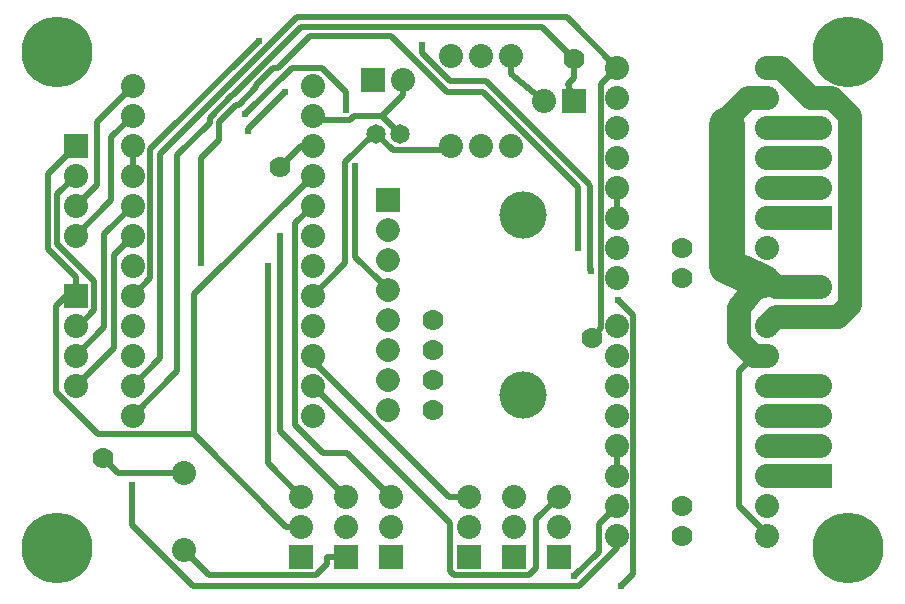
<source format=gbl>
G04 ---------------------------- Layer name :BOTTOM LAYER*
G04 easyEDA 0.1*
G04 Scale: 100 percent, Rotated: No, Reflected: No *
G04 Dimensions in inches *
G04 leading zeros omitted , absolute positions ,2 integer and 4 * 
%FSLAX24Y24*%
%MOIN*%
G90*
G70D02*

%ADD11C,0.020000*%
%ADD12C,0.080000*%
%ADD13C,0.120000*%
%ADD14C,0.024000*%
%ADD15C,0.065000*%
%ADD17C,0.070000*%
%ADD19R,0.080000X0.080000*%
%ADD21C,0.157480*%
%ADD23C,0.236220*%

%LPD*%
G54D11*
G01X12327Y29971D02*
G01X12598Y29700D01*
G01X11519Y33804D02*
G01X11519Y30778D01*
G01X12327Y29971D01*
G01X11197Y35694D02*
G01X11197Y36296D01*
G01X10398Y37094D01*
G01X9405Y37094D01*
G01X7851Y35542D01*
G01X4100Y32500D02*
G01X3140Y31540D01*
G01X3140Y28440D01*
G01X2200Y27500D01*
G01X4100Y31500D02*
G01X3469Y30869D01*
G01X3469Y27769D01*
G01X2200Y26500D01*
G01X20378Y19819D02*
G01X20785Y20225D01*
G01X20785Y28848D01*
G01X20276Y29355D01*
G01X20250Y21500D02*
G01X20250Y21091D01*
G01X18973Y19814D01*
G01X6110Y19814D01*
G01X4061Y21863D01*
G01X4061Y23202D01*
G01X18952Y31100D02*
G01X18950Y31099D01*
G01X18947Y33113D01*
G01X15785Y36276D01*
G01X14577Y36276D01*
G01X12706Y38146D01*
G01X9996Y38146D01*
G01X8936Y37086D01*
G01X8786Y37086D01*
G01X8211Y36511D01*
G01X8211Y36438D01*
G01X7640Y35865D01*
G01X7553Y35865D01*
G01X6978Y35290D01*
G01X6978Y34678D01*
G01X6386Y34086D01*
G01X6386Y30580D01*
G01X20250Y22500D02*
G01X19629Y21879D01*
G01X19629Y20969D01*
G01X18819Y20159D01*
G01X4100Y29500D02*
G01X4690Y30090D01*
G01X4690Y34390D01*
G01X8294Y37994D01*
G01X13738Y37840D02*
G01X13738Y37575D01*
G01X14672Y36640D01*
G01X15873Y36640D01*
G01X19300Y33213D01*
G01X12211Y34900D02*
G01X12760Y34351D01*
G01X13315Y34351D01*
G01X13315Y34351D02*
G01X14551Y34351D01*
G01X14700Y34500D01*
G01X10100Y29500D02*
G01X11180Y30580D01*
G01X11180Y33944D01*
G01X12135Y34900D01*
G01X12211Y34900D01*
G01X11200Y22800D02*
G01X9009Y24990D01*
G01X9009Y31500D01*
G01X9167Y36276D02*
G01X7944Y35053D01*
G01X7944Y34990D01*
G01X9700Y22800D02*
G01X8594Y23905D01*
G01X8594Y30500D01*
G01X2200Y29809D02*
G01X2200Y30119D01*
G01X1259Y31059D01*
G01X1259Y33559D01*
G01X2200Y34500D01*
G01X2200Y29500D02*
G01X2200Y29809D01*
G01X2200Y29809D02*
G01X1548Y29157D01*
G01X1548Y26275D01*
G01X2934Y24886D01*
G01X6151Y24886D01*
G01X10100Y33500D02*
G01X6151Y29551D01*
G01X6151Y24886D01*
G01X9700Y21800D02*
G01X9200Y21800D01*
G01X6151Y24886D01*
G01X20250Y37100D02*
G01X19719Y36569D01*
G01X19719Y28419D01*
G01X19400Y28100D01*
G01X20250Y37100D02*
G01X18563Y38786D01*
G01X9569Y38786D01*
G01X5009Y34227D01*
G01X5009Y27409D01*
G01X4100Y26500D01*
G01X5800Y23580D02*
G01X3619Y23580D01*
G01X3100Y24100D01*
G01X23900Y35400D02*
G01X23900Y35200D01*
G54D12*
G01X25250Y36100D02*
G01X24600Y36100D01*
G01X23900Y35400D01*
G01X24800Y27500D02*
G01X24300Y28000D01*
G01X24300Y29100D01*
G01X25000Y30000D01*
G01X25250Y27500D02*
G01X24800Y27500D01*
G01X27000Y29800D02*
G01X25550Y29800D01*
G01X25250Y30100D01*
G54D11*
G01X25250Y21500D02*
G01X25250Y21550D01*
G01X24300Y22500D01*
G01X24300Y27000D01*
G01X24800Y27500D01*
G54D13*
G01X25000Y30000D02*
G01X23900Y30500D01*
G01X23900Y35200D01*
G54D12*
G01X25250Y30100D02*
G01X24800Y30100D01*
G54D11*
G01X2200Y28500D02*
G01X2311Y28500D01*
G01X2819Y29007D01*
G01X2819Y29990D01*
G01X1580Y31230D01*
G01X1580Y32880D01*
G01X2200Y33500D01*
G01X4100Y33500D02*
G01X4100Y34500D01*
G01X13100Y36700D02*
G01X13100Y36200D01*
G01X12400Y35500D01*
G01X12400Y35500D02*
G01X13000Y34900D01*
G01X12400Y35500D02*
G01X11481Y35500D01*
G01X11336Y35355D01*
G01X10244Y35355D01*
G01X10100Y35500D01*
G01X5800Y21019D02*
G01X6640Y20180D01*
G01X10192Y20180D01*
G01X10580Y20567D01*
G01X10580Y20800D01*
G01X11200Y20800D01*
G54D12*
G01X27000Y28800D02*
G01X25550Y28800D01*
G01X25250Y28500D01*
G01X25250Y37100D02*
G01X25700Y37100D01*
G01X26700Y36100D01*
G01X27400Y36100D01*
G01X28000Y35500D01*
G01X28000Y29200D01*
G01X27600Y28800D01*
G01X27000Y28800D01*
G54D11*
G01X18800Y36000D02*
G01X18600Y36544D01*
G01X18800Y36744D01*
G01X18800Y37400D01*
G01X18800Y37400D02*
G01X17732Y38467D01*
G01X9714Y38467D01*
G01X7432Y36186D01*
G01X7421Y36186D01*
G01X6659Y35423D01*
G01X6659Y35263D01*
G01X5584Y34188D01*
G01X5584Y26984D01*
G01X4100Y25500D01*
G01X10100Y26500D02*
G01X14680Y21919D01*
G01X14680Y20309D01*
G01X14809Y20180D01*
G01X17319Y20180D01*
G01X17550Y20409D01*
G01X17550Y22050D01*
G01X18300Y22800D01*
G01X10100Y32500D02*
G01X9503Y31903D01*
G01X9503Y25196D01*
G01X10428Y24269D01*
G01X11231Y24269D01*
G01X12700Y22800D01*
G01X17800Y36000D02*
G01X16700Y36900D01*
G01X16700Y37500D01*
G01X2200Y32500D02*
G01X2892Y33192D01*
G01X2892Y35292D01*
G01X4100Y36500D01*
G01X4100Y35500D02*
G01X3371Y34771D01*
G01X3371Y32671D01*
G01X2200Y31500D01*
G01X15300Y22800D02*
G01X14635Y22800D01*
G01X10100Y27334D01*
G01X10100Y27500D01*
G01X20250Y33100D02*
G01X20250Y32100D01*
G01X20250Y24500D02*
G01X20250Y23500D01*
G01X10100Y34500D02*
G01X9700Y34500D01*
G01X9000Y33800D01*
G54D12*
G01X25250Y32100D02*
G01X27000Y32100D01*
G01X25250Y33100D02*
G01X27000Y33100D01*
G01X27000Y34100D02*
G01X25250Y34100D01*
G01X25250Y35100D02*
G01X27000Y35100D01*
G01X25250Y23500D02*
G01X27000Y23500D01*
G01X25250Y24500D02*
G01X27000Y24500D01*
G01X25250Y25500D02*
G01X27000Y25500D01*
G01X25250Y26500D02*
G01X27000Y26500D01*
G54D11*
G01X12327Y29971D02*
G01X12328Y29971D01*
G01X12599Y29700D01*
G01X19350Y33150D02*
G01X19350Y30350D01*
G54D15*
G01X13000Y34900D03*
G01X12211Y34900D03*
G54D17*
G01X9000Y33800D03*
G01X19400Y28100D03*
G01X3100Y24100D03*
G01X18800Y37400D03*
G01X14100Y25700D03*
G01X14100Y26700D03*
G01X14100Y27700D03*
G01X14100Y28700D03*
G01X22400Y31100D03*
G01X22400Y30100D03*
G01X22400Y22500D03*
G01X22400Y21500D03*
G54D19*
G01X12100Y36700D03*
G54D12*
G01X13100Y36700D03*
G54D19*
G01X12700Y20800D03*
G54D12*
G01X12700Y21800D03*
G01X12700Y22800D03*
G54D19*
G01X16800Y20800D03*
G54D12*
G01X16800Y21800D03*
G01X16800Y22800D03*
G54D19*
G01X18300Y20800D03*
G54D12*
G01X18300Y21800D03*
G01X18300Y22800D03*
G01X16700Y34500D03*
G01X16700Y37500D03*
G01X5800Y21019D03*
G01X5800Y23580D03*
G01X14700Y34500D03*
G01X14700Y37500D03*
G01X15700Y37500D03*
G01X15700Y34500D03*
G54D19*
G01X11200Y20800D03*
G54D12*
G01X11200Y21800D03*
G01X11200Y22800D03*
G54D19*
G01X9700Y20800D03*
G54D12*
G01X9700Y21800D03*
G01X9700Y22800D03*
G01X4100Y36500D03*
G01X4100Y35500D03*
G01X4100Y34500D03*
G01X4100Y33500D03*
G01X4100Y32500D03*
G01X4100Y31500D03*
G01X4100Y30500D03*
G01X4100Y29500D03*
G01X4100Y28500D03*
G01X4100Y27500D03*
G01X4100Y26500D03*
G01X4100Y25500D03*
G01X10100Y25500D03*
G01X10100Y26500D03*
G01X10100Y27500D03*
G01X10100Y28500D03*
G01X10100Y29500D03*
G01X10100Y30500D03*
G01X10100Y31500D03*
G01X10100Y32500D03*
G01X10100Y33500D03*
G01X10100Y34500D03*
G01X10100Y35500D03*
G01X10100Y36500D03*
G54D19*
G01X27000Y32100D03*
G54D12*
G01X27000Y33100D03*
G01X27000Y34100D03*
G01X27000Y35100D03*
G54D19*
G01X27000Y23500D03*
G54D12*
G01X27000Y24500D03*
G01X27000Y25500D03*
G01X27000Y26500D03*
G54D19*
G01X2200Y29500D03*
G54D12*
G01X2200Y28500D03*
G01X2200Y27500D03*
G01X2200Y26500D03*
G01X25250Y35100D03*
G01X25250Y36100D03*
G01X25250Y37100D03*
G01X25250Y34100D03*
G01X25250Y33100D03*
G01X25250Y32100D03*
G01X25250Y31100D03*
G01X25250Y30100D03*
G01X20250Y30100D03*
G01X20250Y31100D03*
G01X20250Y32100D03*
G01X20250Y33100D03*
G01X20250Y34100D03*
G01X20250Y35100D03*
G01X20250Y36100D03*
G01X20250Y37100D03*
G01X25250Y26500D03*
G01X25250Y27500D03*
G01X25250Y28500D03*
G01X25250Y25500D03*
G01X25250Y24500D03*
G01X25250Y23500D03*
G01X25250Y22500D03*
G01X25250Y21500D03*
G01X20250Y21500D03*
G01X20250Y22500D03*
G01X20250Y23500D03*
G01X20250Y24500D03*
G01X20250Y25500D03*
G01X20250Y26500D03*
G01X20250Y27500D03*
G01X20250Y28500D03*
G54D19*
G01X12600Y32700D03*
G54D21*
G01X17100Y32200D03*
G01X17100Y26200D03*
G54D19*
G01X18800Y36000D03*
G54D12*
G01X17800Y36000D03*
G54D19*
G01X27000Y28800D03*
G54D12*
G01X27000Y29800D03*
G54D19*
G01X15300Y20800D03*
G54D12*
G01X15300Y21800D03*
G01X15300Y22800D03*
G54D19*
G01X2200Y34500D03*
G54D12*
G01X2200Y33500D03*
G01X2200Y32500D03*
G01X2200Y31500D03*
G54D23*
G01X1575Y37625D03*
G01X27952Y37625D03*
G01X27952Y21090D03*
G01X1575Y21090D03*
G54D14*
G01X7851Y35542D03*
G01X11197Y35694D03*
G01X11519Y33804D03*
G01X20378Y19819D03*
G01X20276Y29355D03*
G01X4061Y23202D03*
G01X18952Y31100D03*
G01X6386Y30580D03*
G01X18818Y20159D03*
G01X19359Y30325D03*
G01X13738Y37840D03*
G01X8294Y37994D03*
G01X13315Y34351D03*
G01X9009Y31500D03*
G01X9167Y36276D03*
G01X7944Y34990D03*
G01X8594Y30500D03*
G54D15*
G01X13000Y34900D03*
G01X12211Y34900D03*
G54D17*
G01X9000Y33800D03*
G01X19400Y28100D03*
G01X3100Y24100D03*
G01X18800Y37400D03*
G01X14100Y25700D03*
G01X14100Y26700D03*
G01X14100Y27700D03*
G01X14100Y28700D03*
G01X22400Y31100D03*
G01X22400Y30100D03*
G01X22400Y22500D03*
G01X22400Y21500D03*
G54D19*
G01X12100Y36700D03*
G54D12*
G01X13100Y36700D03*
G54D19*
G01X12700Y20800D03*
G54D12*
G01X12700Y21800D03*
G01X12700Y22800D03*
G54D19*
G01X16800Y20800D03*
G54D12*
G01X16800Y21800D03*
G01X16800Y22800D03*
G54D19*
G01X18300Y20800D03*
G54D12*
G01X18300Y21800D03*
G01X18300Y22800D03*
G01X16700Y34500D03*
G01X16700Y37500D03*
G01X5800Y21019D03*
G01X5800Y23580D03*
G01X14700Y34500D03*
G01X14700Y37500D03*
G01X15700Y37500D03*
G01X15700Y34500D03*
G54D19*
G01X11200Y20800D03*
G54D12*
G01X11200Y21800D03*
G01X11200Y22800D03*
G54D19*
G01X9700Y20800D03*
G54D12*
G01X9700Y21800D03*
G01X9700Y22800D03*
G01X4100Y36500D03*
G01X4100Y35500D03*
G01X4100Y34500D03*
G01X4100Y33500D03*
G01X4100Y32500D03*
G01X4100Y31500D03*
G01X4100Y30500D03*
G01X4100Y29500D03*
G01X4100Y28500D03*
G01X4100Y27500D03*
G01X4100Y26500D03*
G01X4100Y25500D03*
G01X10100Y25500D03*
G01X10100Y26500D03*
G01X10100Y27500D03*
G01X10100Y28500D03*
G01X10100Y29500D03*
G01X10100Y30500D03*
G01X10100Y31500D03*
G01X10100Y32500D03*
G01X10100Y33500D03*
G01X10100Y34500D03*
G01X10100Y35500D03*
G01X10100Y36500D03*
G54D19*
G01X27000Y32100D03*
G54D12*
G01X27000Y33100D03*
G01X27000Y34100D03*
G01X27000Y35100D03*
G54D19*
G01X27000Y23500D03*
G54D12*
G01X27000Y24500D03*
G01X27000Y25500D03*
G01X27000Y26500D03*
G54D19*
G01X2200Y29500D03*
G54D12*
G01X2200Y28500D03*
G01X2200Y27500D03*
G01X2200Y26500D03*
G01X25250Y35100D03*
G01X25250Y36100D03*
G01X25250Y37100D03*
G01X25250Y34100D03*
G01X25250Y33100D03*
G01X25250Y32100D03*
G01X25250Y31100D03*
G01X25250Y30100D03*
G01X20250Y30100D03*
G01X20250Y31100D03*
G01X20250Y32100D03*
G01X20250Y33100D03*
G01X20250Y34100D03*
G01X20250Y35100D03*
G01X20250Y36100D03*
G01X20250Y37100D03*
G01X25250Y26500D03*
G01X25250Y27500D03*
G01X25250Y28500D03*
G01X25250Y25500D03*
G01X25250Y24500D03*
G01X25250Y23500D03*
G01X25250Y22500D03*
G01X25250Y21500D03*
G01X20250Y21500D03*
G01X20250Y22500D03*
G01X20250Y23500D03*
G01X20250Y24500D03*
G01X20250Y25500D03*
G01X20250Y26500D03*
G01X20250Y27500D03*
G01X20250Y28500D03*
G54D19*
G01X12600Y32700D03*
G54D21*
G01X17100Y32200D03*
G01X17100Y26200D03*
G54D19*
G01X18800Y36000D03*
G54D12*
G01X17800Y36000D03*
G54D19*
G01X27000Y28800D03*
G54D12*
G01X27000Y29800D03*
G54D19*
G01X15300Y20800D03*
G54D12*
G01X15300Y21800D03*
G01X15300Y22800D03*
G54D19*
G01X2200Y34500D03*
G54D12*
G01X2200Y33500D03*
G01X2200Y32500D03*
G01X2200Y31500D03*
G54D23*
G01X1575Y37625D03*
G01X27952Y37625D03*
G01X27952Y21090D03*
G01X1575Y21090D03*
G54D12*
G01X12600Y31700D02*
G01X12600Y31700D01*
G01X12600Y30700D02*
G01X12600Y30700D01*
G01X12600Y29700D02*
G01X12600Y29700D01*
G01X12600Y28700D02*
G01X12600Y28700D01*
G01X12600Y27700D02*
G01X12600Y27700D01*
G01X12600Y26700D02*
G01X12600Y26700D01*
G01X12600Y25700D02*
G01X12600Y25700D01*

M00*
M02*
</source>
